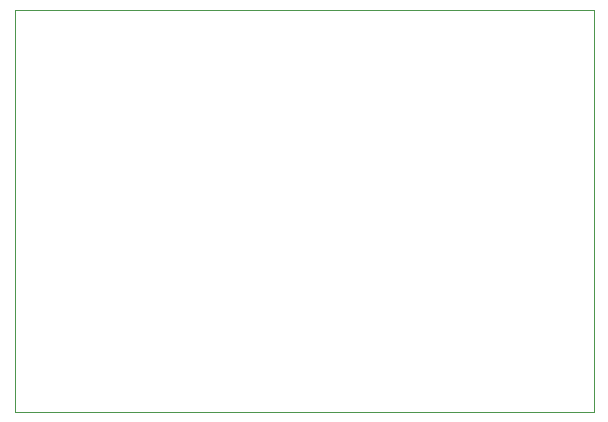
<source format=gbr>
%TF.GenerationSoftware,KiCad,Pcbnew,9.0.3*%
%TF.CreationDate,2025-08-13T01:37:56-04:00*%
%TF.ProjectId,getting-started,67657474-696e-4672-9d73-746172746564,1.0*%
%TF.SameCoordinates,Original*%
%TF.FileFunction,Profile,NP*%
%FSLAX46Y46*%
G04 Gerber Fmt 4.6, Leading zero omitted, Abs format (unit mm)*
G04 Created by KiCad (PCBNEW 9.0.3) date 2025-08-13 01:37:56*
%MOMM*%
%LPD*%
G01*
G04 APERTURE LIST*
%TA.AperFunction,Profile*%
%ADD10C,0.050000*%
%TD*%
G04 APERTURE END LIST*
D10*
X114000000Y-74000000D02*
X163000000Y-74000000D01*
X163000000Y-108000000D01*
X114000000Y-108000000D01*
X114000000Y-74000000D01*
M02*

</source>
